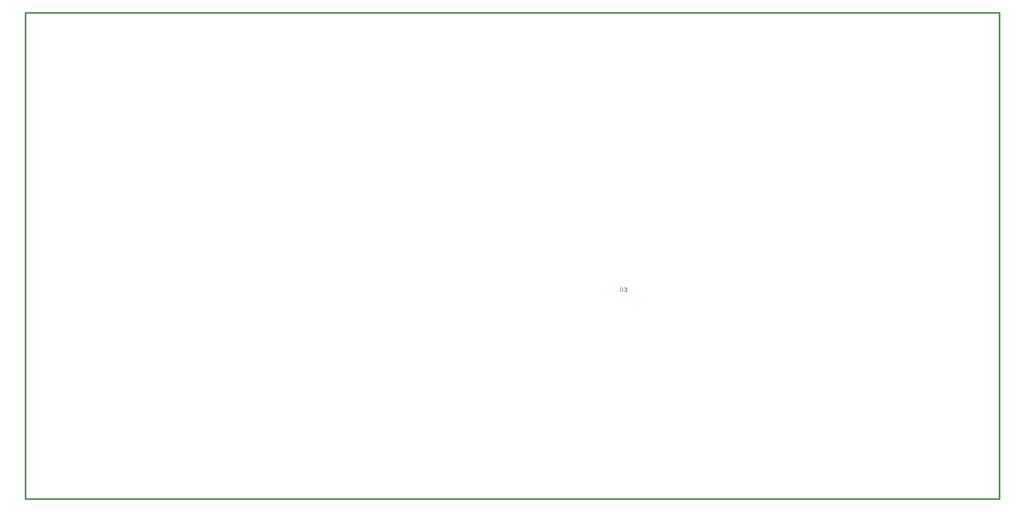
<source format=gm1>
G04*
G04 #@! TF.GenerationSoftware,Altium Limited,Altium Designer,20.0.14 (345)*
G04*
G04 Layer_Color=16711935*
%FSLAX25Y25*%
%MOIN*%
G70*
G01*
G75*
%ADD13C,0.01000*%
%ADD35C,0.00394*%
D13*
X-0Y0D02*
Y295276D01*
Y0D02*
X0Y0D01*
X590551D01*
Y295276D01*
X590551Y295276D02*
X590551Y295276D01*
X-0Y295276D02*
X590551D01*
D35*
X360622Y126139D02*
Y128106D01*
X361016Y128500D01*
X361803D01*
X362196Y128106D01*
Y126139D01*
X362983Y126532D02*
X363377Y126139D01*
X364164D01*
X364558Y126532D01*
Y126926D01*
X364164Y127319D01*
X363771D01*
X364164D01*
X364558Y127713D01*
Y128106D01*
X364164Y128500D01*
X363377D01*
X362983Y128106D01*
M02*

</source>
